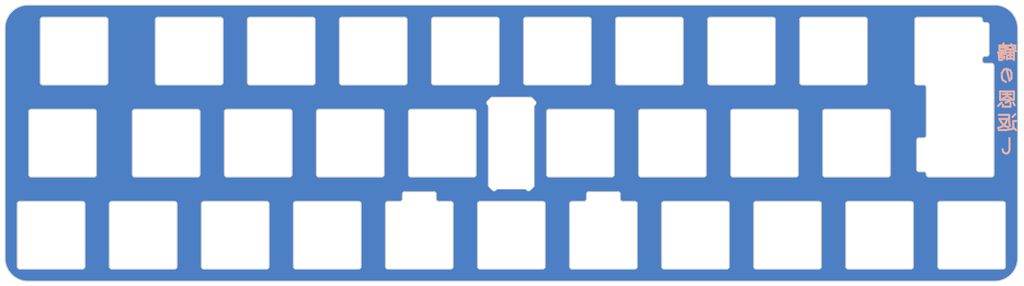
<source format=kicad_pcb>
(kicad_pcb (version 20221018) (generator pcbnew)
  (layers (0 "F.Cu" signal) (31 "B.Cu" signal) (34 "B.Paste" user) (35 "F.Paste" user) (36 "B.SilkS" user "B.Silkscreen") (37 "F.SilkS" user "F.Silkscreen") (38 "B.Mask" user) (39 "F.Mask" user) (44 "Edge.Cuts" user))
  (net 0 "")
  (gr_arc (start 68.068067 82.00966) (mid 67.714494 81.863228) (end 67.568067 81.50966) (stroke (width 0.2)) (layer "Edge.Cuts"))
  (gr_line (start 200.630567 87.55966) (end 200.630567 100.55966) (stroke (width 0.2)) (layer "Edge.Cuts"))
  (gr_line (start 187.130567 87.05966) (end 200.130567 87.05966) (stroke (width 0.2)) (layer "Edge.Cuts"))
  (gr_line (start 58.543067 106.10966) (end 71.543067 106.10966) (stroke (width 0.2)) (layer "Edge.Cuts"))
  (gr_arc (start 52.993067 119.60966) (mid 52.846628 119.963215) (end 52.493067 120.10966) (stroke (width 0.2)) (layer "Edge.Cuts"))
  (gr_arc (start 229.493067 106.60966) (mid 229.639527 106.256144) (end 229.993067 106.10966) (stroke (width 0.2)) (layer "Edge.Cuts"))
  (gr_line (start 82.355567 87.05966) (end 95.355567 87.05966) (stroke (width 0.2)) (layer "Edge.Cuts"))
  (gr_line (start 137.283247 84.534311) (end 145.203415 84.534311) (stroke (width 0.1)) (layer "Edge.Cuts"))
  (gr_arc (start 96.643067 120.10966) (mid 96.289494 119.963228) (end 96.143067 119.60966) (stroke (width 0.2)) (layer "Edge.Cuts"))
  (gr_arc (start 76.305567 87.05966) (mid 76.6591 87.206122) (end 76.805567 87.55966) (stroke (width 0.2)) (layer "Edge.Cuts"))
  (gr_line (start 168.080567 87.05966) (end 181.080567 87.05966) (stroke (width 0.2)) (layer "Edge.Cuts"))
  (gr_arc (start 181.868067 68.50966) (mid 182.014527 68.156144) (end 182.368067 68.00966) (stroke (width 0.2)) (layer "Edge.Cuts"))
  (gr_arc (start 242.993067 106.10966) (mid 243.3466 106.256122) (end 243.493067 106.60966) (stroke (width 0.2)) (layer "Edge.Cuts"))
  (gr_arc (start 181.080567 87.05966) (mid 181.4341 87.206122) (end 181.580567 87.55966) (stroke (width 0.2)) (layer "Edge.Cuts"))
  (gr_line (start 77.593067 106.10966) (end 90.593067 106.10966) (stroke (width 0.2)) (layer "Edge.Cuts"))
  (gr_arc (start 72.043067 119.60966) (mid 71.896634 119.96325) (end 71.543067 120.10966) (stroke (width 0.2)) (layer "Edge.Cuts"))
  (gr_arc (start 115.193067 106.60966) (mid 115.339527 106.256144) (end 115.693067 106.10966) (stroke (width 0.2)) (layer "Edge.Cuts"))
  (gr_line (start 206.180567 101.05966) (end 219.180567 101.05966) (stroke (width 0.2)) (layer "Edge.Cuts"))
  (gr_arc (start 39.493067 120.10966) (mid 39.139523 119.963199) (end 38.993067 119.60966) (stroke (width 0.2)) (layer "Edge.Cuts"))
  (gr_arc (start 201.418067 82.00966) (mid 201.064494 81.863228) (end 200.918067 81.50966) (stroke (width 0.2)) (layer "Edge.Cuts"))
  (gr_line (start 238.730567 68.50966) (end 238.730567 68.59666) (stroke (width 0.2)) (layer "Edge.Cuts"))
  (gr_line (start 205.393067 106.60966) (end 205.393067 119.60966) (stroke (width 0.2)) (layer "Edge.Cuts"))
  (gr_line (start 52.993067 106.60966) (end 52.993067 119.60966) (stroke (width 0.2)) (layer "Edge.Cuts"))
  (gr_arc (start 219.180567 87.05966) (mid 219.5341 87.206122) (end 219.680567 87.55966) (stroke (width 0.2)) (layer "Edge.Cuts"))
  (gr_line (start 58.543067 120.10966) (end 71.543067 120.10966) (stroke (width 0.2)) (layer "Edge.Cuts"))
  (gr_line (start 214.918067 68.50966) (end 214.918067 81.50966) (stroke (width 0.2)) (layer "Edge.Cuts"))
  (gr_arc (start 191.393067 106.60966) (mid 191.539527 106.256144) (end 191.893067 106.10966) (stroke (width 0.2)) (layer "Edge.Cuts"))
  (gr_arc (start 206.180567 101.05966) (mid 205.826994 100.913228) (end 205.680567 100.55966) (stroke (width 0.2)) (layer "Edge.Cuts"))
  (gr_line (start 172.843067 106.10966) (end 185.843067 106.10966) (stroke (width 0.2)) (layer "Edge.Cuts"))
  (gr_arc (start 157.768067 81.50966) (mid 157.621634 81.86325) (end 157.268067 82.00966) (stroke (width 0.2)) (layer "Edge.Cuts"))
  (gr_arc (start 109.643067 106.10966) (mid 109.9966 106.256122) (end 110.143067 106.60966) (stroke (width 0.2)) (layer "Edge.Cuts"))
  (gr_arc (start 95.355567 87.05966) (mid 95.7091 87.206122) (end 95.855567 87.55966) (stroke (width 0.2)) (layer "Edge.Cuts"))
  (gr_arc (start 246.018067 117.87216) (mid 244.623148 121.239764) (end 241.255567 122.63466) (stroke (width 0.2)) (layer "Edge.Cuts"))
  (gr_line (start 125.218067 68.00966) (end 138.218067 68.00966) (stroke (width 0.2)) (layer "Edge.Cuts"))
  (gr_arc (start 146.005835 102.781907) (mid 145.967797 102.973261) (end 145.859389 103.13546) (stroke (width 0.1)) (layer "Edge.Cuts"))
  (gr_line (start 149.030567 87.05966) (end 162.030567 87.05966) (stroke (width 0.2)) (layer "Edge.Cuts"))
  (gr_line (start 96.143067 106.60966) (end 96.143067 119.60966) (stroke (width 0.2)) (layer "Edge.Cuts"))
  (gr_arc (start 67.568067 68.50966) (mid 67.714521 68.156108) (end 68.068067 68.00966) (stroke (width 0.2)) (layer "Edge.Cuts"))
  (gr_arc (start 82.355567 101.05966) (mid 82.001994 100.913228) (end 81.855567 100.55966) (stroke (width 0.2)) (layer "Edge.Cuts"))
  (gr_line (start 181.868067 68.50966) (end 181.868067 81.50966) (stroke (width 0.2)) (layer "Edge.Cuts"))
  (gr_arc (start 57.255567 68.00966) (mid 57.60913 68.156092) (end 57.755567 68.50966) (stroke (width 0.2)) (layer "Edge.Cuts"))
  (gr_line (start 144.268067 82.00966) (end 157.268067 82.00966) (stroke (width 0.2)) (layer "Edge.Cuts"))
  (gr_arc (start 81.855567 87.55966) (mid 82.002027 87.206144) (end 82.355567 87.05966) (stroke (width 0.2)) (layer "Edge.Cuts"))
  (gr_arc (start 153.293067 106.60966) (mid 153.439527 106.256144) (end 153.793067 106.10966) (stroke (width 0.2)) (layer "Edge.Cuts"))
  (gr_line (start 144.268067 68.00966) (end 157.268067 68.00966) (stroke (width 0.2)) (layer "Edge.Cuts"))
  (gr_line (start 115.693067 120.10966) (end 128.693067 120.10966) (stroke (width 0.2)) (layer "Edge.Cuts"))
  (gr_line (start 96.643067 120.10966) (end 109.643067 120.10966) (stroke (width 0.2)) (layer "Edge.Cuts"))
  (gr_line (start 100.618067 68.50966) (end 100.618067 81.50966) (stroke (width 0.2)) (layer "Edge.Cuts"))
  (gr_arc (start 90.593067 106.10966) (mid 90.9466 106.256122) (end 91.093067 106.60966) (stroke (width 0.2)) (layer "Edge.Cuts"))
  (gr_line (start 136.480827 102.781907) (end 136.480827 86.527357) (stroke (width 0.1)) (layer "Edge.Cuts"))
  (gr_line (start 157.768067 68.50966) (end 157.768067 81.50966) (stroke (width 0.2)) (layer "Edge.Cuts"))
  (gr_line (start 210.943067 106.10966) (end 223.943067 106.10966) (stroke (width 0.2)) (layer "Edge.Cuts"))
  (gr_line (start 129.193067 106.60966) (end 129.193067 119.60966) (stroke (width 0.2)) (layer "Edge.Cuts"))
  (gr_line (start 226.611817 99.97266) (end 225.611817 99.97266) (stroke (width 0.2)) (layer "Edge.Cuts"))
  (gr_arc (start 224.443067 119.60966) (mid 224.296634 119.96325) (end 223.943067 120.10966) (stroke (width 0.2)) (layer "Edge.Cuts"))
  (gr_line (start 181.580567 87.55966) (end 181.580567 100.55966) (stroke (width 0.2)) (layer "Edge.Cuts"))
  (gr_arc (start 115.693067 120.10966) (mid 115.339494 119.963228) (end 115.193067 119.60966) (stroke (width 0.2)) (layer "Edge.Cuts"))
  (gr_line (start 57.755567 68.50966) (end 57.755567 81.50966) (stroke (width 0.2)) (layer "Edge.Cuts"))
  (gr_arc (start 166.793067 106.10966) (mid 167.1466 106.256122) (end 167.293067 106.60966) (stroke (width 0.2)) (layer "Edge.Cuts"))
  (gr_arc (start 162.530567 100.55966) (mid 162.384134 100.91325) (end 162.030567 101.05966) (stroke (width 0.2)) (layer "Edge.Cuts"))
  (gr_line (start 163.793067 105.60966) (end 163.793067 104.60966) (stroke (width 0.2)) (layer "Edge.Cuts"))
  (gr_arc (start 134.743067 120.10966) (mid 134.389494 119.963228) (end 134.243067 119.60966) (stroke (width 0.2)) (layer "Edge.Cuts"))
  (gr_line (start 134.743259 106.10966) (end 147.743067 106.10966) (stroke (width 0.2)) (layer "Edge.Cuts"))
  (gr_line (start 115.193067 106.60966) (end 115.193067 119.60966) (stroke (width 0.2)) (layer "Edge.Cuts"))
  (gr_line (start 225.111817 93.47266) (end 225.111817 99.47266) (stroke (width 0.2)) (layer "Edge.Cuts"))
  (gr_line (start 186.630567 87.55966) (end 186.630567 100.55966) (stroke (width 0.2)) (layer "Edge.Cuts"))
  (gr_arc (start 62.805567 87.55966) (mid 62.952021 87.206108) (end 63.305567 87.05966) (stroke (width 0.2)) (layer "Edge.Cuts"))
  (gr_line (start 138.718067 68.50966) (end 138.718067 81.50966) (stroke (width 0.2)) (layer "Edge.Cuts"))
  (gr_line (start 39.493067 106.10966) (end 52.493067 106.10966) (stroke (width 0.2)) (layer "Edge.Cuts"))
  (gr_line (start 224.443067 106.60966) (end 224.443067 119.60966) (stroke (width 0.2)) (layer "Edge.Cuts"))
  (gr_line (start 68.068067 68.00966) (end 81.068067 68.00966) (stroke (width 0.2)) (layer "Edge.Cuts"))
  (gr_line (start 172.343067 106.60966) (end 172.343067 119.60966) (stroke (width 0.2)) (layer "Edge.Cuts"))
  (gr_arc (start 148.243067 119.60966) (mid 148.096634 119.96325) (end 147.743067 120.10966) (stroke (width 0.2)) (layer "Edge.Cuts"))
  (gr_arc (start 114.905567 100.55966) (mid 114.759134 100.91325) (end 114.405567 101.05966) (stroke (width 0.2)) (layer "Edge.Cuts"))
  (gr_line (start 243.493067 106.60966) (end 243.493067 119.60966) (stroke (width 0.2)) (layer "Edge.Cuts"))
  (gr_arc (start 120.455567 101.05966) (mid 120.101994 100.913228) (end 119.955567 100.55966) (stroke (width 0.2)) (layer "Edge.Cuts"))
  (gr_arc (start 106.168067 82.00966) (mid 105.814494 81.863228) (end 105.668067 81.50966) (stroke (width 0.2)) (layer "Edge.Cuts"))
  (gr_line (start 63.305567 87.05966) (end 76.305567 87.05966) (stroke (width 0.2)) (layer "Edge.Cuts"))
  (gr_line (start 146.247594 85.371383) (end 145.556968 84.680757) (stroke (width 0.1)) (layer "Edge.Cuts"))
  (gr_line (start 87.118067 82.00966) (end 100.118067 82.00966) (stroke (width 0.2)) (layer "Edge.Cuts"))
  (gr_line (start 240.111817 69.59666) (end 240.111817 75.59666) (stroke (width 0.2)) (layer "Edge.Cuts"))
  (gr_line (start 124.718067 68.50966) (end 124.718067 81.50966) (stroke (width 0.2)) (layer "Edge.Cuts"))
  (gr_line (start 149.030567 101.05966) (end 162.030567 101.05966) (stroke (width 0.2)) (layer "Edge.Cuts"))
  (gr_line (start 229.993067 120.10966) (end 242.993067 120.10966) (stroke (width 0.2)) (layer "Edge.Cuts"))
  (gr_arc (start 226.611817 82.00966) (mid 226.965383 82.156104) (end 227.111817 82.50966) (stroke (width 0.2)) (layer "Edge.Cuts"))
  (gr_arc (start 119.955567 87.55966) (mid 120.102027 87.206144) (end 120.455567 87.05966) (stroke (width 0.2)) (layer "Edge.Cuts"))
  (gr_arc (start 87.118067 82.00966) (mid 86.764494 81.863228) (end 86.618067 81.50966) (stroke (width 0.2)) (layer "Edge.Cuts"))
  (gr_arc (start 136.627273 103.13546) (mid 136.518911 102.973239) (end 136.480827 102.781907) (stroke (width 0.1)) (layer "Edge.Cuts"))
  (gr_line (start 119.955567 87.55966) (end 119.955567 100.55966) (stroke (width 0.2)) (layer "Edge.Cuts"))
  (gr_line (start 100.905567 87.55966) (end 100.905567 100.55966) (stroke (width 0.2)) (layer "Edge.Cuts"))
  (gr_line (start 91.093067 106.60966) (end 91.093067 119.60966) (stroke (width 0.2)) (layer "Edge.Cuts"))
  (gr_line (start 81.568067 68.50966) (end 81.568067 81.50966) (stroke (width 0.2)) (layer "Edge.Cuts"))
  (gr_line (start 67.568067 68.50966) (end 67.568067 81.50966) (stroke (width 0.2)) (layer "Edge.Cuts"))
  (gr_arc (start 52.493067 106.10966) (mid 52.84663 106.256092) (end 52.993067 106.60966) (stroke (width 0.2)) (layer "Edge.Cuts"))
  (gr_arc (start 200.918067 68.50966) (mid 201.064527 68.156144) (end 201.418067 68.00966) (stroke (width 0.2)) (layer "Edge.Cuts"))
  (gr_line (start 167.293067 106.60966) (end 167.293067 119.60966) (stroke (width 0.2)) (layer "Edge.Cuts"))
  (gr_arc (start 195.868067 81.50966) (mid 195.721634 81.86325) (end 195.368067 82.00966) (stroke (width 0.2)) (layer "Edge.Cuts"))
  (gr_arc (start 205.393067 119.60966) (mid 205.246634 119.96325) (end 204.893067 120.10966) (stroke (width 0.2)) (layer "Edge.Cuts"))
  (gr_arc (start 100.618067 81.50966) (mid 100.471634 81.86325) (end 100.118067 82.00966) (stroke (width 0.2)) (layer "Edge.Cuts"))
  (gr_line (start 163.318067 68.00966) (end 176.318067 68.00966) (stroke (width 0.2)) (layer "Edge.Cuts"))
  (gr_line (start 162.818067 68.50966) (end 162.818067 81.50966) (stroke (width 0.2)) (layer "Edge.Cuts"))
  (gr_line (start 43.755567 68.50966) (end 43.755567 81.50966) (stroke (width 0.2)) (layer "Edge.Cuts"))
  (gr_line (start 41.374317 87.55966) (end 41.374317 100.55966) (stroke (width 0.2)) (layer "Edge.Cuts"))
  (gr_arc (start 227.611817 101.05966) (mid 227.258305 100.913182) (end 227.111817 100.55966) (stroke (width 0.2)) (layer "Edge.Cuts"))
  (gr_arc (start 54.874317 87.05966) (mid 55.227883 87.206104) (end 55.374317 87.55966) (stroke (width 0.2)) (layer "Edge.Cuts"))
  (gr_line (start 167.580567 87.55966) (end 167.580567 100.55966) (stroke (width 0.2)) (layer "Edge.Cuts"))
  (gr_arc (start 41.230567 122.63466) (mid 37.86298 121.239742) (end 36.468067 117.87216) (stroke (width 0.2)) (layer "Edge.Cuts"))
  (gr_line (start 55.374317 87.55966) (end 55.374317 100.55966) (stroke (width 0.2)) (layer "Edge.Cuts"))
  (gr_arc (start 162.818067 68.50966) (mid 162.964527 68.156144) (end 163.318067 68.00966) (stroke (width 0.2)) (layer "Edge.Cuts"))
  (gr_arc (start 100.905567 87.55966) (mid 101.052027 87.206144) (end 101.405567 87.05966) (stroke (width 0.2)) (layer "Edge.Cuts"))
  (gr_arc (start 167.293067 119.60966) (mid 167.146634 119.96325) (end 166.793067 120.10966) (stroke (width 0.2)) (layer "Edge.Cuts"))
  (gr_arc (start 43.755567 68.50966) (mid 43.902021 68.156108) (end 44.255567 68.00966) (stroke (width 0.2)) (layer "Edge.Cuts"))
  (gr_arc (start 100.118067 68.00966) (mid 100.4716 68.156122) (end 100.618067 68.50966) (stroke (width 0.2)) (layer "Edge.Cuts"))
  (gr_line (start 120.455567 87.05966) (end 133.455567 87.05966) (stroke (width 0.2)) (layer "Edge.Cuts"))
  (gr_line (start 146.005835 86.527357) (end 146.005835 102.781907) (stroke (width 0.1)) (layer "Edge.Cuts"))
  (gr_arc (start 129.193067 119.60966) (mid 129.046634 119.96325) (end 128.693067 120.10966) (stroke (width 0.2)) (layer "Edge.Cuts"))
  (gr_line (start 145.168763 103.826086) (end 145.859389 103.13546) (stroke (width 0.1)) (layer "Edge.Cuts"))
  (gr_arc (start 163.318067 82.00966) (mid 162.964494 81.863228) (end 162.818067 81.50966) (stroke (width 0.2)) (layer "Edge.Cuts"))
  (gr_line (start 201.418067 68.00966) (end 214.418067 68.00966) (stroke (width 0.2)) (layer "Edge.Cuts"))
  (gr_line (start 133.955567 87.55966) (end 133.955567 100.55966) (stroke (width 0.2)) (layer "Edge.Cuts"))
  (gr_line (start 153.793067 120.10966) (end 166.793067 120.10966) (stroke (width 0.2)) (layer "Edge.Cuts"))
  (gr_line (start 119.668067 68.50966) (end 119.668067 81.50966) (stroke (width 0.2)) (layer "Edge.Cuts"))
  (gr_arc (start 167.580567 87.55966) (mid 167.727027 87.206144) (end 168.080567 87.05966) (stroke (width 0.2)) (layer "Edge.Cuts"))
  (gr_arc (start 38.993067 106.60966) (mid 39.139521 106.256108) (end 39.493067 106.10966) (stroke (width 0.2)) (layer "Edge.Cuts"))
  (gr_arc (start 77.093067 106.60966) (mid 77.239527 106.256144) (end 77.593067 106.10966) (stroke (width 0.2)) (layer "Edge.Cuts"))
  (gr_line (start 219.680567 87.55966) (end 219.680567 100.55966) (stroke (width 0.2)) (layer "Edge.Cuts"))
  (gr_arc (start 145.168763 103.826086) (mid 144.815213 103.972631) (end 144.461656 103.826087) (stroke (width 0.1)) (layer "Edge.Cuts"))
  (gr_line (start 241.111817 78.03466) (end 241.111817 100.55966) (stroke (width 0.2)) (layer "Edge.Cuts"))
  (gr_line (start 38.993067 106.60966) (end 38.993067 119.60966) (stroke (width 0.2)) (layer "Edge.Cuts"))
  (gr_arc (start 144.268067 82.00966) (mid 143.914494 81.863228) (end 143.768067 81.50966) (stroke (width 0.2)) (layer "Edge.Cuts"))
  (gr_arc (start 148.530567 87.55966) (mid 148.677027 87.206144) (end 149.030567 87.05966) (stroke (width 0.2)) (layer "Edge.Cuts"))
  (gr_arc (start 185.843067 106.10966) (mid 186.1966 106.256122) (end 186.343067 106.60966) (stroke (width 0.2)) (layer "Edge.Cuts"))
  (gr_arc (start 105.668067 68.50966) (mid 105.814527 68.156144) (end 106.168067 68.00966) (stroke (width 0.2)) (layer "Edge.Cuts"))
  (gr_line (start 96.643067 106.10966) (end 109.643067 106.10966) (stroke (width 0.2)) (layer "Edge.Cuts"))
  (gr_line (start 227.111817 100.55966) (end 227.111817 100.47266) (stroke (width 0.2)) (layer "Edge.Cuts"))
  (gr_arc (start 36.468067 70.24716) (mid 37.862971 66.879564) (end 41.230567 65.48466) (stroke (width 0.2)) (layer "Edge.Cuts"))
  (gr_line (start 81.855567 87.55966) (end 81.855567 100.55966) (stroke (width 0.2)) (layer "Edge.Cuts"))
  (gr_arc (start 225.230567 82.00966) (mid 224.876994 81.863228) (end 224.730567 81.50966) (stroke (width 0.2)) (layer "Edge.Cuts"))
  (gr_line (start 105.668067 68.50966) (end 105.668067 81.50966) (stroke (width 0.2)) (layer "Edge.Cuts"))
  (gr_line (start 58.043067 106.60966) (end 58.043067 119.60966) (stroke (width 0.2)) (layer "Edge.Cuts"))
  (gr_line (start 205.680567 87.55966) (end 205.680567 100.55966) (stroke (width 0.2)) (layer "Edge.Cuts"))
  (gr_line (start 163.318067 82.00966) (end 176.318067 82.00966) (stroke (width 0.2)) (layer "Edge.Cuts"))
  (gr_arc (start 176.818067 81.50966) (mid 176.671634 81.86325) (end 176.318067 82.00966) (stroke (width 0.2)) (layer "Edge.Cuts"))
  (gr_arc (start 156.793067 105.60966) (mid 156.646634 105.96325) (end 156.293067 106.10966) (stroke (width 0.2)) (layer "Edge.Cuts"))
  (gr_line (start 200.918067 68.50966) (end 200.918067 81.50966) (stroke (width 0.2)) (layer "Edge.Cuts"))
  (gr_line (start 39.493067 120.10966) (end 52.493067 120.10966) (stroke (width 0.2)) (layer "Edge.Cuts"))
  (gr_line (start 144.366342 103.730773) (end 144.461656 103.826087) (stroke (width 0.1)) (layer "Edge.Cuts"))
  (gr_arc (start 225.111817 93.47266) (mid 225.258245 93.119097) (end 225.611817 92.97266) (stroke (width 0.2)) (layer "Edge.Cuts"))
  (gr_arc (start 181.580567 100.55966) (mid 181.434134 100.91325) (end 181.080567 101.05966) (stroke (width 0.2)) (layer "Edge.Cuts"))
  (gr_line (start 138.120317 103.730757) (end 138.025006 103.826072) (stroke (width 0.1)) (layer "Edge.Cuts"))
  (gr_line (start 134.743259 120.10966) (end 147.743067 120.10966) (stroke (width 0.2)) (layer "Edge.Cuts"))
  (gr_arc (start 136.929694 84.680757) (mid 137.091901 84.572366) (end 137.283247 84.534311) (stroke (width 0.1)) (layer "Edge.Cuts"))
  (gr_arc (start 136.239067 86.07849) (mid 136.092588 85.724923) (end 136.239068 85.371383) (stroke (width 0.1)) (layer "Edge.Cuts"))
  (gr_arc (start 41.874317 101.05966) (mid 41.520741 100.913217) (end 41.374317 100.55966) (stroke (width 0.2)) (layer "Edge.Cuts"))
  (gr_line (start 182.368067 82.00966) (end 195.368067 82.00966) (stroke (width 0.2)) (layer "Edge.Cuts"))
  (gr_arc (start 146.005835 86.527357) (mid 146.043907 86.336023) (end 146.152282 86.173803) (stroke (width 0.1)) (layer "Edge.Cuts"))
  (gr_line (start 87.118067 68.00966) (end 100.118067 68.00966) (stroke (width 0.2)) (layer "Edge.Cuts"))
  (gr_arc (start 138.120317 103.730757) (mid 138.282534 103.62237) (end 138.473879 103.584304) (stroke (width 0.1)) (layer "Edge.Cuts"))
  (gr_arc (start 133.955567 100.55966) (mid 133.809134 100.91325) (end 133.455567 101.05966) (stroke (width 0.2)) (layer "Edge.Cuts"))
  (gr_arc (start 239.230567 77.53466) (mid 238.877023 77.388199) (end 238.730567 77.03466) (stroke (width 0.2)) (layer "Edge.Cuts"))
  (gr_arc (start 57.755567 81.50966) (mid 57.609128 81.863215) (end 57.255567 82.00966) (stroke (width 0.2)) (layer "Edge.Cuts"))
  (gr_arc (start 125.193067 104.10966) (mid 125.5466 104.256122) (end 125.693067 104.60966) (stroke (width 0.2)) (layer "Edge.Cuts"))
  (gr_line (start 41.874317 101.05966) (end 54.874317 101.05966) (stroke (width 0.2)) (layer "Edge.Cuts"))
  (gr_line (start 156.793067 105.60966) (end 156.793067 104.60966) (stroke (width 0.2)) (layer "Edge.Cuts"))
  (gr_line (start 44.255567 82.00966) (end 57.255567 82.00966) (stroke (width 0.2)) (layer "Edge.Cuts"))
  (gr_arc (start 243.493067 119.60966) (mid 243.346634 119.96325) (end 242.993067 120.10966) (stroke (width 0.2)) (layer "Edge.Cuts"))
  (gr_arc (start 240.111817 75.59666) (mid 239.965381 75.950233) (end 239.611817 76.09666) (stroke (width 0.2)) (layer "Edge.Cuts"))
  (gr_arc (start 210.943067 120.10966) (mid 210.589494 119.963228) (end 210.443067 119.60966) (stroke (width 0.2)) (layer "Edge.Cuts"))
  (gr_line (start 176.818067 68.50966) (end 176.818067 81.50966) (stroke (width 0.2)) (layer "Edge.Cuts"))
  (gr_arc (start 241.111817 100.55966) (mid 240.965381 100.913233) (end 240.611817 101.05966) (stroke (width 0.2)) (layer "Edge.Cuts"))
  (gr_line (start 41.874317 87.05966) (end 54.874317 87.05966) (stroke (width 0.2)) (layer "Edge.Cuts"))
  (gr_line (start 186.343067 106.60966) (end 186.343067 119.60966) (stroke (width 0.2)) (layer "Edge.Cuts"))
  (gr_arc (start 239.611817 69.09666) (mid 239.965412 69.243075) (end 240.111817 69.59666) (stroke (width 0.2)) (layer "Edge.Cuts"))
  (gr_arc (start 240.611817 77.53466) (mid 240.965412 77.681075) (end 241.111817 78.03466) (stroke (width 0.2)) (layer "Edge.Cuts"))
  (gr_arc (start 145.203415 84.534311) (mid 145.394762 84.572365) (end 145.556968 84.680757) (stroke (width 0.1)) (layer "Edge.Cuts"))
  (gr_arc (start 118.693067 105.60966) (mid 118.546634 105.96325) (end 118.193067 106.10966) (stroke (width 0.2)) (layer "Edge.Cuts"))
  (gr_arc (start 110.143067 119.60966) (mid 109.996634 119.96325) (end 109.643067 120.10966) (stroke (width 0.2)) (layer "Edge.Cuts"))
  (gr_arc (start 55.374317 100.55966) (mid 55.227881 100.913233) (end 54.874317 101.05966) (stroke (width 0.2)) (layer "Edge.Cuts"))
  (gr_line (start 36.468067 117.87216) (end 36.468067 70.24716) (stroke (width 0.2)) (layer "Edge.Cuts"))
  (gr_arc (start 125.218067 82.00966) (mid 124.864494 81.863228) (end 124.718067 81.50966) (stroke (width 0.2)) (layer "Edge.Cuts"))
  (gr_line (start 239.611817 76.09666) (end 239.230567 76.09666) (stroke (width 0.2)) (layer "Edge.Cuts"))
  (gr_line (start 136.33438 86.173803) (end 136.239067 86.07849) (stroke (width 0.1)) (layer "Edge.Cuts"))
  (gr_line (start 182.368067 68.00966) (end 195.368067 68.00966) (stroke (width 0.2)) (layer "Edge.Cuts"))
  (gr_arc (start 172.343067 106.60966) (mid 172.489527 106.256144) (end 172.843067 106.10966) (stroke (width 0.2)) (layer "Edge.Cuts"))
  (gr_arc (start 118.693067 104.60966) (mid 118.839527 104.256144) (end 119.193067 104.10966) (stroke (width 0.2)) (layer "Edge.Cuts"))
  (gr_arc (start 227.111817 92.47266) (mid 226.965352 92.826203) (end 226.611817 92.97266) (stroke (width 0.2)) (layer "Edge.Cuts"))
  (gr_arc (start 214.418067 68.00966) (mid 214.7716 68.156122) (end 214.918067 68.50966) (stroke (width 0.2)) (layer "Edge.Cuts"))
  (gr_arc (start 229.993067 120.10966) (mid 229.639494 119.963228) (end 229.493067 119.60966) (stroke (width 0.2)) (layer "Edge.Cuts"))
  (gr_arc (start 138.218067 68.00966) (mid 138.5716 68.156122) (end 138.718067 68.50966) (stroke (width 0.2)) (layer "Edge.Cuts"))
  (gr_arc (start 133.455567 87.05966) (mid 133.8091 87.206122) (end 133.955567 87.55966) (stroke (width 0.2)) (layer "Edge.Cuts"))
  (gr_line (start 226.611817 92.97266) (end 225.611817 92.97266) (stroke (width 0.2)) (layer "Edge.Cuts"))
  (gr_arc (start 239.230567 69.09666) (mid 238.877023 68.950199) (end 238.730567 68.59666) (stroke (width 0.2)) (layer "Edge.Cuts"))
  (gr_line (start 114.905567 87.55966) (end 114.905567 100.55966) (stroke (width 0.2)) (layer "Edge.Cuts"))
  (gr_arc (start 176.318067 68.00966) (mid 176.6716 68.156122) (end 176.818067 68.50966) (stroke (width 0.2)) (layer "Edge.Cuts"))
  (gr_line (start 162.530567 87.55966) (end 162.530567 100.55966) (stroke (width 0.2)) (layer "Edge.Cuts"))
  (gr_line (start 76.805567 87.55966) (end 76.805567 100.55966) (stroke (width 0.2)) (layer "Edge.Cuts"))
  (gr_arc (start 81.068067 68.00966) (mid 81.4216 68.156122) (end 81.568067 68.50966) (stroke (width 0.2)) (layer "Edge.Cuts"))
  (gr_arc (start 186.343067 119.60966) (mid 186.196634 119.96325) (end 185.843067 120.10966) (stroke (width 0.2)) (layer "Edge.Cuts"))
  (gr_line (start 77.093067 106.60966) (end 77.093067 119.60966) (stroke (width 0.2)) (layer "Edge.Cuts"))
  (gr_line (start 134.243067 106.60966) (end 134.243067 119.60966) (stroke (width 0.2)) (layer "Edge.Cuts"))
  (gr_arc (start 219.680567 100.55966) (mid 219.534134 100.91325) (end 219.180567 101.05966) (stroke (width 0.2)) (layer "Edge.Cuts"))
  (gr_line (start 153.793067 106.10966) (end 156.293067 106.10966) (stroke (width 0.2)) (layer "Edge.Cuts"))
  (gr_arc (start 204.893067 106.10966) (mid 205.2466 106.256122) (end 205.393067 106.60966) (stroke (width 0.2)) (layer "Edge.Cuts"))
  (gr_arc (start 172.843067 120.10966) (mid 172.489494 119.963228) (end 172.343067 119.60966) (stroke (width 0.2)) (layer "Edge.Cuts"))
  (gr_arc (start 214.918067 81.50966) (mid 214.771634 81.86325) (end 214.418067 82.00966) (stroke (width 0.2)) (layer "Edge.Cuts"))
  (gr_line (start 239.611817 69.09666) (end 239.230567 69.09666) (stroke (width 0.2)) (layer "Edge.Cuts"))
  (gr_line (start 229.993067 106.10966) (end 242.993067 106.10966) (stroke (width 0.2)) (layer "Edge.Cuts"))
  (gr_line (start 210.943067 120.10966) (end 223.943067 120.10966) (stroke (width 0.2)) (layer "Edge.Cuts"))
  (gr_line (start 106.168067 68.00966) (end 119.168067 68.00966) (stroke (width 0.2)) (layer "Edge.Cuts"))
  (gr_line (start 41.230567 122.63466) (end 241.255567 122.63466) (stroke (width 0.2)) (layer "Edge.Cuts"))
  (gr_arc (start 163.293067 104.10966) (mid 163.6466 104.256122) (end 163.793067 104.60966) (stroke (width 0.2)) (layer "Edge.Cuts"))
  (gr_arc (start 210.443067 106.60966) (mid 210.589527 106.256144) (end 210.943067 106.10966) (stroke (width 0.2)) (layer "Edge.Cuts"))
  (gr_arc (start 63.305567 101.05966) (mid 62.952023 100.913199) (end 62.805567 100.55966) (stroke (width 0.2)) (layer "Edge.Cuts"))
  (gr_line (start 72.043067 106.60966) (end 72.043067 119.60966) (stroke (width 0.2)) (layer "Edge.Cuts"))
  (gr_arc (start 114.405567 87.05966) (mid 114.7591 87.206122) (end 114.905567 87.55966) (stroke (width 0.2)) (layer "Edge.Cuts"))
  (gr_line (start 68.068067 82.00966) (end 81.068067 82.00966) (stroke (width 0.2)) (layer "Edge.Cuts"))
  (gr_line (start 191.893067 120.10966) (end 204.893067 120.10966) (stroke (width 0.2)) (layer "Edge.Cuts"))
  (gr_arc (start 71.543067 106.10966) (mid 71.8966 106.256122) (end 72.043067 106.60966) (stroke (width 0.2)) (layer "Edge.Cuts"))
  (gr_arc (start 124.718067 68.50966) (mid 124.864527 68.156144) (end 125.218067 68.00966) (stroke (width 0.2)) (layer "Edge.Cuts"))
  (gr_line (start 225.230567 68.00966) (end 238.230567 68.00966) (stroke (width 0.2)) (layer "Edge.Cuts"))
  (gr_line (start 125.218067 82.00966) (end 138.218067 82.00966) (stroke (width 0.2)) (layer "Edge.Cuts"))
  (gr_arc (start 223.943067 106.10966) (mid 224.2966 106.256122) (end 224.443067 106.60966) (stroke (width 0.2)) (layer "Edge.Cuts"))
  (gr_line (start 110.143067 106.60966) (end 110.143067 119.60966) (stroke (width 0.2)) (layer "Edge.Cuts"))
  (gr_line (start 144.01279 103.584326) (end 138.473879 103.584304) (stroke (width 0.1)) (layer "Edge.Cuts"))
  (gr_arc (start 205.680567 87.55966) (mid 205.827027 87.206144) (end 206.180567 87.05966) (stroke (width 0.2)) (layer "Edge.Cuts"))
  (gr_arc (start 200.130567 87.05966) (mid 200.4841 87.206122) (end 200.630567 87.55966) (stroke (width 0.2)) (layer "Edge.Cuts"))
  (gr_line (start 187.130567 101.05966) (end 200.130567 101.05966) (stroke (width 0.2)) (layer "Edge.Cuts"))
  (gr_arc (start 138.025006 103.826072) (mid 137.671443 103.972476) (end 137.317892 103.826079) (stroke (width 0.1)) (layer "Edge.Cuts"))
  (gr_arc (start 162.030567 87.05966) (mid 162.3841 87.206122) (end 162.530567 87.55966) (stroke (width 0.2)) (layer "Edge.Cuts"))
  (gr_line (start 201.418067 82.00966) (end 214.418067 82.00966) (stroke (width 0.2)) (layer "Edge.Cuts"))
  (gr_line (start 164.293067 106.10966) (end 166.793067 106.10966) (stroke (width 0.2)) (layer "Edge.Cuts"))
  (gr_line (start 63.305567 101.05966) (end 76.305567 101.05966) (stroke (width 0.2)) (layer "Edge.Cuts"))
  (gr_arc (start 81.568067 81.50966) (mid 81.421634 81.86325) (end 81.068067 82.00966) (stroke (width 0.2)) (layer "Edge.Cuts"))
  (gr_line (start 227.111817 82.50966) (end 227.111817 92.47266) (stroke (width 0.2)) (layer "Edge.Cuts"))
  (gr_line (start 115.693067 106.10966) (end 118.193067 106.10966) (stroke (width 0.2)) (layer "Edge.Cuts"))
  (gr_line (start 148.530567 87.55966) (end 148.530567 100.55966) (stroke (width 0.2)) (layer "Edge.Cuts"))
  (gr_arc (start 44.255567 82.00966) (mid 43.902023 81.863199) (end 43.755567 81.50966) (stroke (width 0.2)) (layer "Edge.Cuts"))
  (gr_line (start 191.393067 106.60966) (end 191.393067 119.60966) (stroke (width 0.2)) (layer "Edge.Cuts"))
  (gr_arc (start 95.855567 100.55966) (mid 95.709134 100.91325) (end 95.355567 101.05966) (stroke (width 0.2)) (layer "Edge.Cuts"))
  (gr_arc (start 144.01279 103.584326) (mid 144.20412 103.622405) (end 144.366342 103.730773) (stroke (width 0.1)) (layer "Edge.Cuts"))
  (gr_line (start 206.180567 87.05966) (end 219.180567 87.05966) (stroke (width 0.2)) (layer "Edge.Cuts"))
  (gr_arc (start 126.193067 106.10966) (mid 125.839523 105.963199) (end 125.693067 105.60966) (stroke (width 0.2)) (layer "Edge.Cuts"))
  (gr_arc (start 134.243067 106.60966) (mid 134.389527 106.256144) (end 134.743067 106.10966) (stroke (width 0.2)) (layer "Edge.Cuts"))
  (gr_line (start 106.168067 82.00966) (end 119.168067 82.00966) (stroke (width 0.2)) (layer "Edge.Cuts"))
  (gr_arc (start 200.630567 100.55966) (mid 200.484134 100.91325) (end 200.130567 101.05966) (stroke (width 0.2)) (layer "Edge.Cuts"))
  (gr_arc (start 186.630567 87.55966) (mid 186.777027 87.206144) (end 187.130567 87.05966) (stroke (width 0.2)) (layer "Edge.Cuts"))
  (gr_arc (start 58.543067 120.10966) (mid 58.189523 119.963199) (end 58.043067 119.60966) (stroke (width 0.2)) (layer "Edge.Cuts"))
  (gr_arc (start 225.611817 99.97266) (mid 225.258305 99.826182) (end 225.111817 99.47266) (stroke (width 0.2)) (layer "Edge.Cuts"))
  (gr_line (start 77.593067 120.10966) (end 90.593067 120.10966) (stroke (width 0.2)) (layer "Edge.Cuts"))
  (gr_arc (start 187.130567 101.05966) (mid 186.776994 100.913228) (end 186.630567 100.55966) (stroke (width 0.2)) (layer "Edge.Cuts"))
  (gr_line (start 44.255567 68.00966) (end 57.255567 68.00966) (stroke (width 0.2)) (layer "Edge.Cuts"))
  (gr_line (start 168.080567 101.05966) (end 181.080567 101.05966) (stroke (width 0.2)) (layer "Edge.Cuts"))
  (gr_arc (start 226.611817 99.97266) (mid 226.965383 100.119104) (end 227.111817 100.47266) (stroke (width 0.2)) (layer "Edge.Cuts"))
  (gr_line (start 120.455567 101.05966) (end 133.455567 101.05966) (stroke (width 0.2)) (layer "Edge.Cuts"))
  (gr_arc (start 91.093067 119.60966) (mid 90.946634 119.96325) (end 90.593067 120.10966) (stroke (width 0.2)) (layer "Edge.Cuts"))
  (gr_arc (start 77.593067 120.10966) (mid 77.239494 119.963228) (end 77.093067 119.60966) (stroke (width 0.2)) (layer "Edge.Cuts"))
  (gr_arc (start 238.730567 76.59666) (mid 238.876998 76.243114) (end 239.230567 76.09666) (stroke (width 0.2)) (layer "Edge.Cuts"))
  (gr_arc (start 224.730567 68.50966) (mid 224.877027 68.156144) (end 225.230567 68.00966) (stroke (width 0.2)) (layer "Edge.Cuts"))
  (gr_line (start 86.618067 68.50966) (end 86.618067 81.50966) (stroke (width 0.2)) (layer "Edge.Cuts"))
  (gr_arc (start 136.33438 86.173803) (mid 136.442776 86.336013) (end 136.480827 86.527357) (stroke (width 0.1)) (layer "Edge.Cuts"))
  (gr_line (start 118.693067 105.60966) (end 118.693067 104.60966) (stroke (width 0.2)) (layer "Edge.Cuts"))
  (gr_arc (start 138.718067 81.50966) (mid 138.571634 81.86325) (end 138.218067 82.00966) (stroke (width 0.2)) (layer "Edge.Cuts"))
  (gr_line (start 101.405567 87.05966) (end 114.405567 87.05966) (stroke (width 0.2)) (layer "Edge.Cuts"))
  (gr_arc (start 143.768067 68.50966) (mid 143.914527 68.156144) (end 144.268067 68.00966) (stroke (width 0.2)) (layer "Edge.Cuts"))
  (gr_arc (start 41.374317 87.55966) (mid 41.520745 87.206097) (end 41.874317 87.05966) (stroke (width 0.2)) (layer "Edge.Cuts"))
  (gr_arc (start 119.168067 68.00966) (mid 119.5216 68.156122) (end 119.668067 68.50966) (stroke (width 0.2)) (layer "Edge.Cuts"))
  (gr_arc (start 156.793067 104.60966) (mid 156.939527 104.256144) (end 157.293067 104.10966) (stroke (width 0.2)) (layer "Edge.Cuts"))
  (gr_arc (start 157.268067 68.00966) (mid 157.6216 68.156122) (end 157.768067 68.50966) (stroke (width 0.2)) (layer "Edge.Cuts"))
  (gr_line (start 126.193067 106.10966) (end 128.693067 106.10966) (stroke (width 0.2)) (layer "Edge.Cuts"))
  (gr_line (start 125.693067 105.60966) (end 125.693067 104.60966) (stroke (width 0.2)) (layer "Edge.Cuts"))
  (gr_line (start 136.239068 85.371383) (end 136.929694 84.680757) (stroke (width 0.1)) (layer "Edge.Cuts"))
  (gr_arc (start 147.743067 106.10966) (mid 148.0966 106.256122) (end 148.243067 106.60966) (stroke (width 0.2)) (layer "Edge.Cuts"))
  (gr_arc (start 86.618067 68.50966) (mid 86.764527 68.156144) (end 87.118067 68.00966) (stroke (width 0.2)) (layer "Edge.Cuts"))
  (gr_line (start 95.855567 87.55966) (end 95.855567 100.55966) (stroke (width 0.2)) (layer "Edge.Cuts"))
  (gr_line (start 227.611817 101.05966) (end 240.611817 101.05966) (stroke (width 0.2)) (layer "Edge.Cuts"))
  (gr_arc (start 191.893067 120.10966) (mid 191.539494 119.963228) (end 191.393067 119.60966) (stroke (width 0.2)) (layer "Edge.Cuts"))
  (gr_line (start 224.730567 68.50966) (end 224.730567 81.50966) (stroke (width 0.2)) (layer "Edge.Cuts"))
  (gr_arc (start 76.805567 100.55966) (mid 76.659134 100.91325) (end 76.305567 101.05966) (stroke (width 0.2)) (layer "Edge.Cuts"))
  (gr_arc (start 164.293067 106.10966) (mid 163.939523 105.963199) (end 163.793067 105.60966) (stroke (width 0.2)) (layer "Edge.Cuts"))
  (gr_line (start 146.152282 86.173803) (end 146.247595 86.07849) (stroke (width 0.1)) (layer "Edge.Cuts"))
  (gr_line (start 225.230567 82.00966) (end 226.611817 82.00966) (stroke (width 0.2)) (layer "Edge.Cuts"))
  (gr_line (start 238.730567 76.59666) (end 238.730567 77.03466) (stroke (width 0.2)) (layer "Edge.Cuts"))
  (gr_arc (start 149.030567 101.05966) (mid 148.676994 100.913228) (end 148.530567 100.55966) (stroke (width 0.2)) (layer "Edge.Cuts"))
  (gr_line (start 148.243067 106.60966) (end 148.243067 119.60966) (stroke (width 0.2)) (layer "Edge.Cuts"))
  (gr_line (start 240.611817 77.53466) (end 239.230567 77.53466) (stroke (width 0.2)) (layer "Edge.Cuts"))
  (gr_line (start 246.018067 117.87216) (end 246.018067 70.24716) (stroke (width 0.2)) (layer "Edge.Cuts"))
  (gr_line (start 82.355567 101.05966) (end 95.355567 101.05966) (stroke (width 0.2)) (layer "Edge.Cuts"))
  (gr_arc (start 195.368067 68.00966) (mid 195.7216 68.156122) (end 195.868067 68.50966) (stroke (width 0.2)) (layer "Edge.Cuts"))
  (gr_line (start 153.293067 106.60966) (end 153.293067 119.60966) (stroke (width 0.2)) (layer "Edge.Cuts"))
  (gr_line (start 101.405567 101.05966) (end 114.405567 101.05966) (stroke (width 0.2)) (layer "Edge.Cuts"))
  (gr_arc (start 153.793067 120.10966) (mid 153.439494 119.963228) (end 153.293067 119.60966) (stroke (width 0.2)) (layer "Edge.Cuts"))
  (gr_arc (start 119.668067 81.50966) (mid 119.521634 81.86325) (end 119.168067 82.00966) (stroke (width 0.2)) (layer "Edge.Cuts"))
  (gr_line (start 143.768067 68.50966) (end 143.768067 81.50966) (stroke (width 0.2)) (layer "Edge.Cuts"))
  (gr_line (start 191.893067 106.10966) (end 204.893067 106.10966) (stroke (width 0.2)) (layer "Edge.Cuts"))
  (gr_arc (start 146.247594 85.371383) (mid 146.394031 85.724923) (end 146.247595 86.07849) (stroke (width 0.1)) (layer "Edge.Cuts"))
  (gr_line (start 41.230567 65.48466) (end 241.255567 65.48466) (stroke (width 0.2)) (layer "Edge.Cuts"))
  (gr_arc (start 241.255567 65.48466) (mid 244.623172 66.87955) (end 246.018067 70.24716) (stroke (width 0.2)) (layer "Edge.Cuts"))
  (gr_line (start 229.493067 106.60966) (end 229.493067 119.60966) (stroke (width 0.2)) (layer "Edge.Cuts"))
  (gr_arc (start 101.405567 101.05966) (mid 101.051994 100.913228) (end 100.905567 100.55966) (stroke (width 0.2)) (layer "Edge.Cuts"))
  (gr_line (start 137.317892 103.826079) (end 136.627273 103.13546) (stroke (width 0.1)) (layer "Edge.Cuts"))
  (gr_line (start 125.193067 104.10966) (end 119.193067 104.10966) (stroke (width 0.2)) (layer "Edge.Cuts"))
  (gr_line (start 172.843067 120.10966) (end 185.843067 120.10966) (stroke (width 0.2)) (layer "Edge.Cuts"))
  (gr_line (start 62.805567 87.55966) (end 62.805567 100.55966) (stroke (width 0.2)) (layer "Edge.Cuts"))
  (gr_arc (start 168.080567 101.05966) (mid 167.726994 100.913228) (end 167.580567 100.55966) (stroke (width 0.2)) (layer "Edge.Cuts"))
  (gr_line (start 210.443067 106.60966) (end 210.443067 119.60966) (stroke (width 0.2)) (layer "Edge.Cuts"))
  (gr_arc (start 96.143067 106.60966) (mid 96.289527 106.256144) (end 96.643067 106.10966) (stroke (width 0.2)) (layer "Edge.Cuts"))
  (gr_arc (start 128.693067 106.10966) (mid 129.0466 106.256122) (end 129.193067 106.60966) (stroke (width 0.2)) (layer "Edge.Cuts"))
  (gr_arc (start 58.043067 106.60966) (mid 58.189521 106.256108) (end 58.543067 106.10966) (stroke (width 0.2)) (layer "Edge.Cuts"))
  (gr_line (start 163.293067 104.10966) (end 157.293067 104.10966) (stroke (width 0.2)) (layer "Edge.Cuts"))
  (gr_arc (start 182.368067 82.00966) (mid 182.014494 81.863228) (end 181.868067 81.50966) (stroke (width 0.2)) (layer "Edge.Cuts"))
  (gr_arc (start 238.230567 68.00966) (mid 238.5841 68.156122) (end 238.730567 68.50966) (stroke (width 0.2)) (layer "Edge.Cuts"))
  (gr_line (start 195.868067 68.50966) (end 195.868067 81.50966) (stroke (width 0.2)) (layer "Edge.Cuts"))
  (gr_text "鶴\nの\n恩\n返\nし" (at 243.75 96.566255) (layer "B.SilkS") (effects (font (size 3 3) (thickness 0.45)) (justify bottom mirror)))
  (zone (net 0) (net_name "") (layers "F&B.Cu") (connect_pads (clearance 0.127)) (min_thickness 0.127) (fill yes (thermal_gap 0.5) (thermal_bridge_width 0.5) (island_removal_mode 1) (island_area_min 10))
    (polygon (pts (xy 35.421171 64.437776) (xy 247.352955 64.437776) (xy 247.352955 123.671519) (xy 35.421171 123.671519)))
  )
)
</source>
